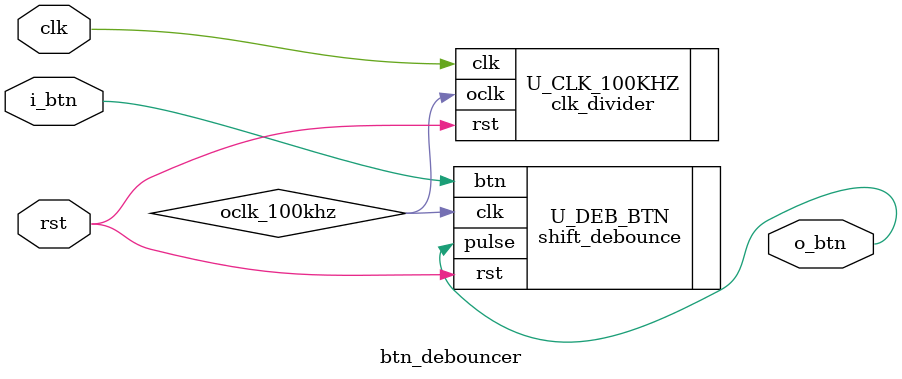
<source format=v>
`timescale 1ns / 1ps


module btn_debouncer (
    input clk,
    input rst,
    input i_btn,

    output o_btn
);

    wire oclk_100khz;
    // wire w_btn_deb;

    clk_divider #(
        .FCNT(500)
    ) U_CLK_100KHZ (
        .clk (clk),
        .rst (rst),
        .oclk(oclk_100khz)
    );

    shift_debounce U_DEB_BTN (
        .clk(oclk_100khz),
        .rst(rst),
        .btn(i_btn),

        .pulse(o_btn)
    );

    // edge_detect U_EDGE_BTN (
    //     .clk  (clk),
    //     .rst  (rst),
    //     .pulse(w_btn_deb),

    //     .o_pulse(o_btn)
    // );
endmodule

</source>
